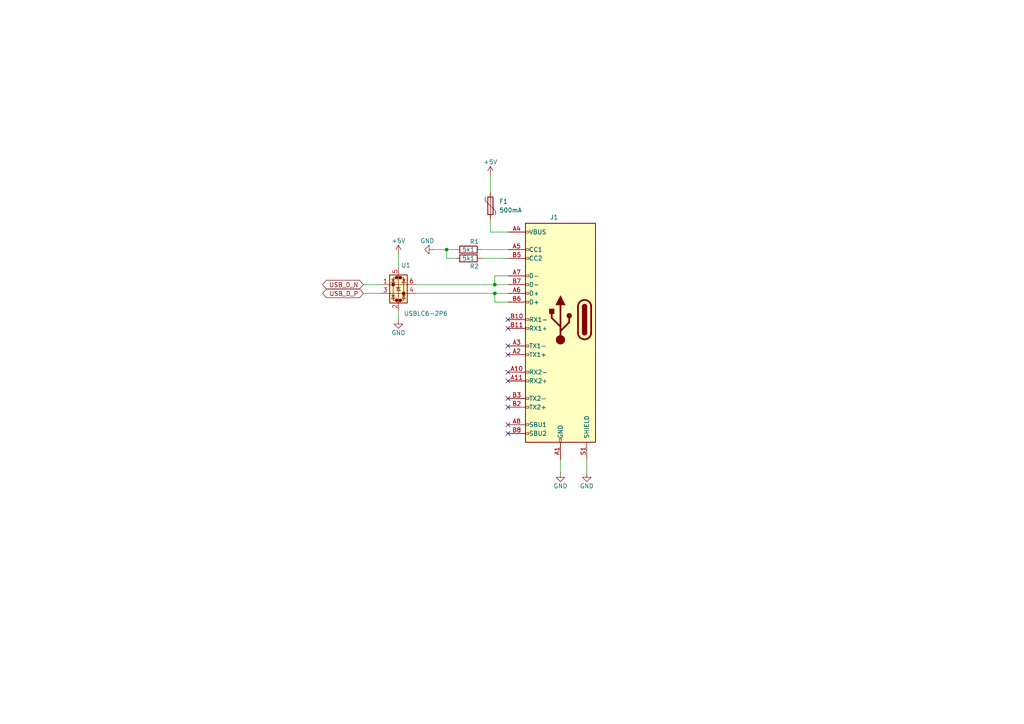
<source format=kicad_sch>
(kicad_sch (version 20231120) (generator "eeschema") (generator_version "8.0")
  (paper "A4")
  (lib_symbols
    (symbol "Connector:USB_C_Receptacle" (pin_names (offset 1.016))
      (property "Reference" "J" (at -10.16 29.21 0))
      (property "Value" "USB_C_Receptacle" (at 10.16 29.21 0))
      (symbol "USB_C_Receptacle_0_0"
        (rectangle (start -0.254 -35.56) (end 0.254 -34.544))
        (rectangle (start 10.16 -32.766) (end 9.144 -33.274))
        (rectangle (start 10.16 -30.226) (end 9.144 -30.734))
        (rectangle (start 10.16 -25.146) (end 9.144 -25.654))
        (rectangle (start 10.16 -22.606) (end 9.144 -23.114))
        (rectangle (start 10.16 -17.526) (end 9.144 -18.034))
        (rectangle (start 10.16 -14.986) (end 9.144 -15.494))
        (rectangle (start 10.16 -9.906) (end 9.144 -10.414))
        (rectangle (start 10.16 -7.366) (end 9.144 -7.874))
        (rectangle (start 10.16 -2.286) (end 9.144 -2.794))
        (rectangle (start 10.16 0.254) (end 9.144 -0.254))
        (rectangle (start 10.16 5.334) (end 9.144 4.826))
        (rectangle (start 10.16 7.874) (end 9.144 7.366))
        (rectangle (start 10.16 10.414) (end 9.144 9.906))
        (rectangle (start 10.16 12.954) (end 9.144 12.446))
        (rectangle (start 10.16 18.034) (end 9.144 17.526))
        (rectangle (start 10.16 20.574) (end 9.144 20.066))
        (rectangle (start 10.16 25.654) (end 9.144 25.146))
      )
      (symbol "USB_C_Receptacle_0_1"
        (rectangle (start -10.16 27.94) (end 10.16 -35.56) (stroke (width 0.254)) (fill (type background)))
        (arc (start -8.89 -3.81) (mid -6.985 -5.7067) (end -5.08 -3.81) (stroke (width 0.508)))
        (arc (start -7.62 -3.81) (mid -6.985 -4.4423) (end -6.35 -3.81) (stroke (width 0.254)))
        (arc (start -7.62 -3.81) (mid -6.985 -4.4423) (end -6.35 -3.81) (stroke (width 0.254)) (fill (type outline)))
        (rectangle (start -7.62 -3.81) (end -6.35 3.81) (stroke (width 0.254)) (fill (type outline)))
        (arc (start -6.35 3.81) (mid -6.985 4.4423) (end -7.62 3.81) (stroke (width 0.254)))
        (arc (start -6.35 3.81) (mid -6.985 4.4423) (end -7.62 3.81) (stroke (width 0.254)) (fill (type outline)))
        (arc (start -5.08 3.81) (mid -6.985 5.7067) (end -8.89 3.81) (stroke (width 0.508)))
        (polyline (pts (xy -8.89 -3.81) (xy -8.89 3.81)) (stroke (width 0.508)))
        (polyline (pts (xy -5.08 3.81) (xy -5.08 -3.81)) (stroke (width 0.508)))
      )
      (symbol "USB_C_Receptacle_1_1"
        (circle (center -2.54 1.143) (radius 0.635) (stroke (width 0.254)) (fill (type outline)))
        (circle (center 0 -5.842) (radius 1.27) (fill (type outline)))
        (polyline (pts (xy 0 -5.842) (xy 0 4.318)) (stroke (width 0.508)))
        (polyline (pts (xy 0 -3.302) (xy -2.54 -0.762) (xy -2.54 0.508)) (stroke (width 0.508)))
        (polyline (pts (xy 0 -2.032) (xy 2.54 0.508) (xy 2.54 1.778)) (stroke (width 0.508)))
        (polyline (pts (xy -1.27 4.318) (xy 0 6.858) (xy 1.27 4.318) (xy -1.27 4.318)) (stroke (width 0.254)) (fill (type outline)))
        (rectangle (start 1.905 1.778) (end 3.175 3.048) (stroke (width 0.254)) (fill (type outline)))
        (pin passive line (at 0 -40.64 90) (length 5.08) (name "GND") (number "A1"))
        (pin bidirectional line (at 15.24 -15.24 180) (length 5.08) (name "RX2-") (number "A10"))
        (pin bidirectional line (at 15.24 -17.78 180) (length 5.08) (name "RX2+") (number "A11"))
        (pin passive line (at 0 -40.64 90) (length 5.08) hide (name "GND") (number "A12"))
        (pin bidirectional line (at 15.24 -10.16 180) (length 5.08) (name "TX1+") (number "A2"))
        (pin bidirectional line (at 15.24 -7.62 180) (length 5.08) (name "TX1-") (number "A3"))
        (pin passive line (at 15.24 25.4 180) (length 5.08) (name "VBUS") (number "A4"))
        (pin bidirectional line (at 15.24 20.32 180) (length 5.08) (name "CC1") (number "A5"))
        (pin bidirectional line (at 15.24 7.62 180) (length 5.08) (name "D+") (number "A6"))
        (pin bidirectional line (at 15.24 12.7 180) (length 5.08) (name "D-") (number "A7"))
        (pin bidirectional line (at 15.24 -30.48 180) (length 5.08) (name "SBU1") (number "A8"))
        (pin passive line (at 15.24 25.4 180) (length 5.08) hide (name "VBUS") (number "A9"))
        (pin passive line (at 0 -40.64 90) (length 5.08) hide (name "GND") (number "B1"))
        (pin bidirectional line (at 15.24 0 180) (length 5.08) (name "RX1-") (number "B10"))
        (pin bidirectional line (at 15.24 -2.54 180) (length 5.08) (name "RX1+") (number "B11"))
        (pin passive line (at 0 -40.64 90) (length 5.08) hide (name "GND") (number "B12"))
        (pin bidirectional line (at 15.24 -25.4 180) (length 5.08) (name "TX2+") (number "B2"))
        (pin bidirectional line (at 15.24 -22.86 180) (length 5.08) (name "TX2-") (number "B3"))
        (pin passive line (at 15.24 25.4 180) (length 5.08) hide (name "VBUS") (number "B4"))
        (pin bidirectional line (at 15.24 17.78 180) (length 5.08) (name "CC2") (number "B5"))
        (pin bidirectional line (at 15.24 5.08 180) (length 5.08) (name "D+") (number "B6"))
        (pin bidirectional line (at 15.24 10.16 180) (length 5.08) (name "D-") (number "B7"))
        (pin bidirectional line (at 15.24 -33.02 180) (length 5.08) (name "SBU2") (number "B8"))
        (pin passive line (at 15.24 25.4 180) (length 5.08) hide (name "VBUS") (number "B9"))
        (pin passive line (at -7.62 -40.64 90) (length 5.08) (name "SHIELD") (number "S1"))
      )
    )
    (symbol "Device:Polyfuse" (pin_numbers hide) (pin_names (offset 0))
      (property "Reference" "F" (at -2.54 0 90))
      (property "Value" "Polyfuse" (at 2.54 0 90))
      (symbol "Polyfuse_0_1"
        (rectangle (start -0.762 2.54) (end 0.762 -2.54) (stroke (width 0.254)))
        (polyline (pts (xy 0 2.54) (xy 0 -2.54)))
        (polyline (pts (xy -1.524 2.54) (xy -1.524 1.524) (xy 1.524 -1.524) (xy 1.524 -2.54)))
      )
      (symbol "Polyfuse_1_1"
        (pin passive line (at 0 3.81 270) (length 1.27) (name "~") (number "1"))
        (pin passive line (at 0 -3.81 90) (length 1.27) (name "~") (number "2"))
      )
    )
    (symbol "Device:R" (pin_numbers hide) (pin_names (offset 0))
      (property "Reference" "R" (at 2.032 0 90))
      (property "Value" "R" (at 0 0 90))
      (symbol "R_0_1"
        (rectangle (start -1.016 -2.54) (end 1.016 2.54) (stroke (width 0.254)))
      )
      (symbol "R_1_1"
        (pin passive line (at 0 3.81 270) (length 1.27) (name "~") (number "1"))
        (pin passive line (at 0 -3.81 90) (length 1.27) (name "~") (number "2"))
      )
    )
    (symbol "Power_Protection:USBLC6-2P6" (pin_names hide)
      (property "Reference" "U" (at 0.635 5.715 0))
      (property "Value" "USBLC6-2P6" (at 0.635 3.81 0))
      (symbol "USBLC6-2P6_0_0"
        (circle (center -1.524 0) (radius 0.0001) (stroke (width 0.508)))
        (circle (center -0.508 -4.572) (radius 0.0001) (stroke (width 0.508)))
        (circle (center -0.508 2.032) (radius 0.0001) (stroke (width 0.508)))
        (circle (center 0.508 -4.572) (radius 0.0001) (stroke (width 0.508)))
        (circle (center 0.508 2.032) (radius 0.0001) (stroke (width 0.508)))
        (circle (center 1.524 -2.54) (radius 0.0001) (stroke (width 0.508)))
      )
      (symbol "USBLC6-2P6_0_1"
        (polyline (pts (xy -2.54 -2.54) (xy 2.54 -2.54)))
        (polyline (pts (xy -2.54 0) (xy 2.54 0)))
        (polyline (pts (xy -2.032 -3.048) (xy -1.016 -3.048)))
        (polyline (pts (xy -1.016 1.524) (xy -2.032 1.524)))
        (polyline (pts (xy 1.016 -3.048) (xy 2.032 -3.048)))
        (polyline (pts (xy 1.016 1.524) (xy 2.032 1.524)))
        (polyline (pts (xy -0.508 -1.143) (xy -0.508 -0.762) (xy 0.508 -0.762)))
        (polyline (pts (xy -2.032 0.508) (xy -1.016 0.508) (xy -1.524 1.524) (xy -2.032 0.508)))
        (polyline (pts (xy -1.016 -4.064) (xy -2.032 -4.064) (xy -1.524 -3.048) (xy -1.016 -4.064)))
        (polyline (pts (xy 0.508 -1.778) (xy -0.508 -1.778) (xy 0 -0.762) (xy 0.508 -1.778)))
        (polyline (pts (xy 2.032 -4.064) (xy 1.016 -4.064) (xy 1.524 -3.048) (xy 2.032 -4.064)))
        (polyline (pts (xy 2.032 0.508) (xy 1.016 0.508) (xy 1.524 1.524) (xy 2.032 0.508)))
        (polyline (pts (xy 0 2.54) (xy -0.508 2.032) (xy 0.508 2.032) (xy 0 1.524) (xy 0 -4.064) (xy -0.508 -4.572) (xy 0.508 -4.572) (xy 0 -5.08)))
      )
      (symbol "USBLC6-2P6_1_1"
        (rectangle (start -2.54 2.794) (end 2.54 -5.334) (stroke (width 0.254)) (fill (type background)))
        (polyline (pts (xy -0.508 2.032) (xy -1.524 2.032) (xy -1.524 -4.572) (xy -0.508 -4.572)))
        (polyline (pts (xy 0.508 -4.572) (xy 1.524 -4.572) (xy 1.524 2.032) (xy 0.508 2.032)))
        (pin passive line (at -5.08 0 0) (length 2.54) (name "I/O1") (number "1"))
        (pin passive line (at 0 -7.62 90) (length 2.54) (name "GND") (number "2"))
        (pin passive line (at -5.08 -2.54 0) (length 2.54) (name "I/O2") (number "3"))
        (pin passive line (at 5.08 -2.54 180) (length 2.54) (name "I/O2") (number "4"))
        (pin passive line (at 0 5.08 270) (length 2.54) (name "VBUS") (number "5"))
        (pin passive line (at 5.08 0 180) (length 2.54) (name "I/O1") (number "6"))
      )
    )
    (symbol "power:+5V" (power) (pin_numbers hide) (pin_names (offset 0) hide)
      (property "Value" "+5V" (at 0 3.556 0))
      (symbol "+5V_0_1"
        (polyline (pts (xy -0.762 1.27) (xy 0 2.54)))
        (polyline (pts (xy 0 0) (xy 0 2.54)))
        (polyline (pts (xy 0 2.54) (xy 0.762 1.27)))
      )
      (symbol "+5V_1_1"
        (pin power_in line (at 0 0 90) (length 0) (name "~") (number "1"))
      )
    )
    (symbol "power:GND" (power) (pin_numbers hide) (pin_names (offset 0) hide)
      (property "Value" "GND" (at 0 -3.81 0))
      (symbol "GND_0_1"
        (polyline (pts (xy 0 0) (xy 0 -1.27) (xy 1.27 -1.27) (xy 0 -2.54) (xy -1.27 -1.27) (xy 0 -1.27)))
      )
      (symbol "GND_1_1"
        (pin power_in line (at 0 0 270) (length 0) (name "~") (number "1"))
      )
    )
  )
  (junction (at 143.51 82.55))
  (junction (at 143.51 85.09))
  (junction (at 129.54 72.39))
  (no_connect (at 147.32 95.25))
  (no_connect (at 147.32 92.71))
  (no_connect (at 147.32 125.73))
  (no_connect (at 147.32 110.49))
  (no_connect (at 147.32 123.19))
  (no_connect (at 147.32 100.33))
  (no_connect (at 147.32 107.95))
  (no_connect (at 147.32 118.11))
  (no_connect (at 147.32 115.57))
  (no_connect (at 147.32 102.87))
  (wire (pts (xy 142.24 55.88) (xy 142.24 50.8)))
  (wire (pts (xy 120.65 82.55) (xy 143.51 82.55)))
  (wire (pts (xy 142.24 67.31) (xy 142.24 63.5)))
  (wire (pts (xy 115.57 90.17) (xy 115.57 92.71)))
  (wire (pts (xy 132.08 74.93) (xy 129.54 74.93)))
  (wire (pts (xy 120.65 85.09) (xy 143.51 85.09)))
  (wire (pts (xy 139.7 72.39) (xy 147.32 72.39)))
  (wire (pts (xy 105.41 82.55) (xy 110.49 82.55)))
  (wire (pts (xy 115.57 73.66) (xy 115.57 77.47)))
  (wire (pts (xy 129.54 72.39) (xy 132.08 72.39)))
  (wire (pts (xy 139.7 74.93) (xy 147.32 74.93)))
  (wire (pts (xy 125.73 72.39) (xy 129.54 72.39)))
  (wire (pts (xy 143.51 85.09) (xy 143.51 87.63)))
  (wire (pts (xy 147.32 80.01) (xy 143.51 80.01)))
  (wire (pts (xy 147.32 67.31) (xy 142.24 67.31)))
  (wire (pts (xy 143.51 80.01) (xy 143.51 82.55)))
  (wire (pts (xy 147.32 87.63) (xy 143.51 87.63)))
  (wire (pts (xy 170.18 133.35) (xy 170.18 137.16)))
  (wire (pts (xy 105.41 85.09) (xy 110.49 85.09)))
  (wire (pts (xy 143.51 82.55) (xy 147.32 82.55)))
  (wire (pts (xy 129.54 74.93) (xy 129.54 72.39)))
  (wire (pts (xy 143.51 85.09) (xy 147.32 85.09)))
  (wire (pts (xy 162.56 133.35) (xy 162.56 137.16)))
  (global_label "USB_D_P" (shape bidirectional) (at 105.41 85.09 180) (property "Intersheetrefs" "${INTERSHEET_REFS}" (effects (hide yes))))
  (global_label "USB_D_N" (shape bidirectional) (at 105.41 82.55 180) (property "Intersheetrefs" "${INTERSHEET_REFS}" (effects (hide yes))))
  (symbol (lib_id "Connector:USB_C_Receptacle") (at 162.56 92.71 0) (mirror y) (unit 1)
    (property "Reference" "J1" (at 159.512 62.992 0) (effects (justify right)))
    (property "Value" "USB_C_Receptacle" (effects (hide yes)))
    (property "Footprint" "Connector_USB:USB_C_Receptacle_G-Switch_GT-USB-7010ASV" (effects (hide yes)))
    (property "Datasheet" "https://www.lcsc.com/datasheet/lcsc_datasheet_2410010031_DEALON-USB-TYPE-C-018_C2927038.pdf" (effects (hide yes)))
    (property "Description" "USB Full-Featured Type-C Receptacle connector" (effects (hide yes)))
    (property "LCSC" "C2927038" (effects (hide yes)))
    (property "MPN" "USB-TYPE-C-018" (effects (hide yes)))
    (property "MF" "DEALON" (effects (hide yes)))
  )
  (symbol (lib_id "power:GND") (at 162.56 137.16 0) (unit 1)
    (property "Reference" "#PWR05" (effects (hide yes)))
    (property "Value" "GND" (at 162.56 140.97 0))
    (property "Description" "Power symbol creates a global label with name \"GND\" , ground" (effects (hide yes)))
  )
  (symbol (lib_id "Device:R") (at 135.89 74.93 90) (unit 1)
    (property "Reference" "R2" (at 138.938 77.216 90) (effects (justify left)))
    (property "Value" "5k1" (at 135.89 74.93 90))
    (property "Footprint" "Resistor_SMD:R_0402_1005Metric" (effects (hide yes)))
    (property "Datasheet" "https://www.mouser.de/datasheet/2/54/cr-1858361.pdf" (effects (hide yes)))
    (property "Description" "Resistor" (effects (hide yes)))
    (property "MPN" "CR0402-FX-5101GLF" (effects (hide yes)))
    (property "MF" "Bourns" (effects (hide yes)))
    (property "Mouser" "652-CR0402FX-5101GLF" (effects (hide yes)))
  )
  (symbol (lib_id "power:GND") (at 115.57 92.71 0) (unit 1)
    (property "Reference" "#PWR02" (effects (hide yes)))
    (property "Value" "GND" (at 115.57 96.52 0))
    (property "Description" "Power symbol creates a global label with name \"GND\" , ground" (effects (hide yes)))
  )
  (symbol (lib_id "power:GND") (at 170.18 137.16 0) (unit 1)
    (property "Reference" "#PWR06" (effects (hide yes)))
    (property "Value" "GND" (at 170.18 140.97 0))
    (property "Description" "Power symbol creates a global label with name \"GND\" , ground" (effects (hide yes)))
  )
  (symbol (lib_id "power:GND") (at 125.73 72.39 270) (unit 1)
    (property "Reference" "#PWR03" (effects (hide yes)))
    (property "Value" "GND" (at 123.952 69.85 90))
    (property "Description" "Power symbol creates a global label with name \"GND\" , ground" (effects (hide yes)))
  )
  (symbol (lib_id "Device:R") (at 135.89 72.39 90) (unit 1)
    (property "Reference" "R1" (at 138.938 70.104 90) (effects (justify left)))
    (property "Value" "5k1" (at 135.89 72.39 90))
    (property "Footprint" "Resistor_SMD:R_0402_1005Metric" (effects (hide yes)))
    (property "Datasheet" "https://www.mouser.de/datasheet/2/54/cr-1858361.pdf" (effects (hide yes)))
    (property "Description" "Resistor" (effects (hide yes)))
    (property "MPN" "CR0402-FX-5101GLF" (effects (hide yes)))
    (property "MF" "Bourns" (effects (hide yes)))
    (property "Mouser" "652-CR0402FX-5101GLF" (effects (hide yes)))
  )
  (symbol (lib_id "Device:Polyfuse") (at 142.24 59.69 0) (unit 1)
    (property "Reference" "F1" (at 144.78 58.4199 0) (effects (justify left)))
    (property "Value" "500mA" (at 144.78 60.9599 0) (effects (justify left)))
    (property "Footprint" "Fuse:Fuse_0805_2012Metric" (effects (hide yes)))
    (property "Datasheet" "https://www.lcsc.com/datasheet/lcsc_datasheet_2410121936_TECHFUSE-SMD0805-020_C70056.pdf" (effects (hide yes)))
    (property "Description" "Resettable fuse, polymeric positive temperature coefficient" (effects (hide yes)))
    (property "LCSC" "C70056" (effects (hide yes)))
  )
  (symbol (lib_id "Power_Protection:USBLC6-2P6") (at 115.57 82.55 0) (unit 1)
    (property "Reference" "U1" (at 116.332 76.962 0) (effects (justify left)))
    (property "Value" "USBLC6-2P6" (at 117.094 90.932 0) (effects (justify left)))
    (property "Footprint" "Package_TO_SOT_SMD:SOT-666" (effects (hide yes)))
    (property "Datasheet" "https://www.st.com/resource/en/datasheet/usblc6-2.pdf" (effects (hide yes)))
    (property "Description" "Very low capacitance ESD protection diode, 2 data-line, SOT-666" (effects (hide yes)))
    (property "Mouser" "511-USBLC6-2P6" (effects (hide yes)))
    (property "MF" "ST" (effects (hide yes)))
    (property "MPN" "USBLC6-2P6" (effects (hide yes)))
    (property "LCSC" "C15999" (effects (hide yes)))
  )
  (symbol (lib_id "power:+5V") (at 142.24 50.8 0) (unit 1)
    (property "Reference" "#PWR04" (effects (hide yes)))
    (property "Value" "+5V" (at 142.24 46.99 0))
    (property "Description" "Power symbol creates a global label with name \"+5V\"" (effects (hide yes)))
  )
  (symbol (lib_id "power:+5V") (at 115.57 73.66 0) (unit 1)
    (property "Reference" "#PWR01" (effects (hide yes)))
    (property "Value" "+5V" (at 115.57 69.85 0))
    (property "Description" "Power symbol creates a global label with name \"+5V\"" (effects (hide yes)))
  )
)
</source>
